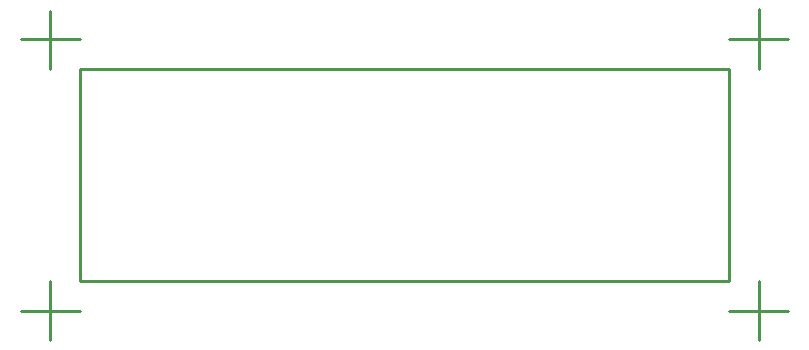
<source format=gko>
G04*
G04 #@! TF.GenerationSoftware,Altium Limited,Altium Designer,18.1.1 (9)*
G04*
G04 Layer_Color=16711935*
%FSLAX42Y42*%
%MOMM*%
G71*
G01*
G75*
%ADD41C,0.25*%
%ADD49C,0.25*%
D41*
X0Y0D02*
Y1800D01*
X5500D01*
Y0D02*
Y1800D01*
X0Y0D02*
X5500D01*
D49*
Y2050D02*
X6000D01*
X5750Y1800D02*
Y2300D01*
Y-500D02*
Y0D01*
X5500Y-250D02*
X6000D01*
X-500D02*
X0D01*
X-250Y-500D02*
Y0D01*
X-500Y2050D02*
X0D01*
X-250Y1800D02*
Y2290D01*
M02*

</source>
